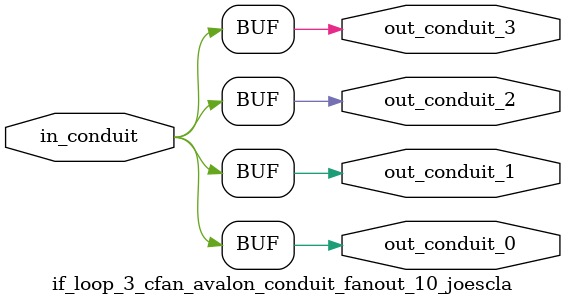
<source format=sv>


 


// --------------------------------------------------------------------------------
//| Avalon Conduit Fan-Out
// --------------------------------------------------------------------------------

// ------------------------------------------
// Generation parameters:
//   output_name:       if_loop_3_cfan_avalon_conduit_fanout_10_joescla
//   numFanOut:         4
//   
// ------------------------------------------

module if_loop_3_cfan_avalon_conduit_fanout_10_joescla (     

// Interface: out_conduit_0
 output                    out_conduit_0,
// Interface: out_conduit_1
 output                    out_conduit_1,
// Interface: out_conduit_2
 output                    out_conduit_2,
// Interface: out_conduit_3
 output                    out_conduit_3,

// Interface: in_conduit
 input                   in_conduit

);

   assign  out_conduit_0 = in_conduit;
   assign  out_conduit_1 = in_conduit;
   assign  out_conduit_2 = in_conduit;
   assign  out_conduit_3 = in_conduit;

endmodule //


</source>
